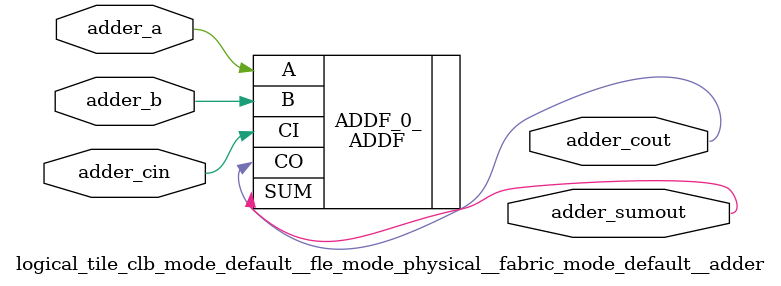
<source format=v>
`timescale 1ns / 1ps

`default_nettype none

// ----- Verilog module for logical_tile_clb_mode_default__fle_mode_physical__fabric_mode_default__adder -----
module logical_tile_clb_mode_default__fle_mode_physical__fabric_mode_default__adder(adder_a,
                                                                                    adder_b,
                                                                                    adder_cin,
                                                                                    adder_cout,
                                                                                    adder_sumout);
//----- INPUT PORTS -----
input [0:0] adder_a;
//----- INPUT PORTS -----
input [0:0] adder_b;
//----- INPUT PORTS -----
input [0:0] adder_cin;
//----- OUTPUT PORTS -----
output [0:0] adder_cout;
//----- OUTPUT PORTS -----
output [0:0] adder_sumout;

//----- BEGIN wire-connection ports -----
wire [0:0] adder_a;
wire [0:0] adder_b;
wire [0:0] adder_cin;
wire [0:0] adder_cout;
wire [0:0] adder_sumout;
//----- END wire-connection ports -----


//----- BEGIN Registered ports -----
//----- END Registered ports -----



// ----- BEGIN Local short connections -----
// ----- END Local short connections -----
// ----- BEGIN Local output short connections -----
// ----- END Local output short connections -----

	ADDF ADDF_0_ (
		.A(adder_a),
		.B(adder_b),
		.CI(adder_cin),
		.SUM(adder_sumout),
		.CO(adder_cout));

endmodule
// ----- END Verilog module for logical_tile_clb_mode_default__fle_mode_physical__fabric_mode_default__adder -----

//----- Default net type -----
`default_nettype none




</source>
